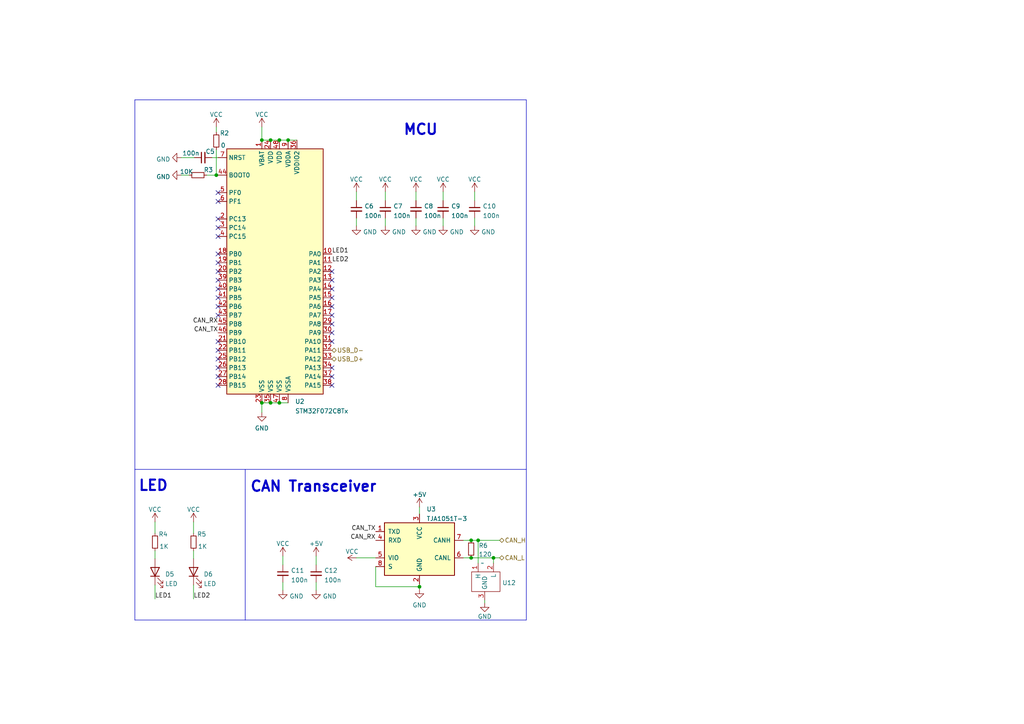
<source format=kicad_sch>
(kicad_sch (version 20230121) (generator eeschema)
  (paper "A4")
  (lib_symbols
    (symbol "Device:C_Small" (pin_numbers hide) (pin_names (offset 0.254) hide)
      (property "Reference" "C" (at 0.254 1.778 0))
      (property "Value" "C_Small" (at 0.254 -2.032 0))
      (symbol "C_Small_0_1"
        (polyline (pts (xy -1.524 -0.508) (xy 1.524 -0.508)) (stroke (width 0.3302)))
        (polyline (pts (xy -1.524 0.508) (xy 1.524 0.508)) (stroke (width 0.3048)))
      )
      (symbol "C_Small_1_1"
        (pin passive line (at 0 2.54 270) (length 2.032) (name "~") (number "1"))
        (pin passive line (at 0 -2.54 90) (length 2.032) (name "~") (number "2"))
      )
    )
    (symbol "Device:LED" (pin_numbers hide) (pin_names (offset 1.016) hide)
      (property "Reference" "D" (at 0 2.54 0))
      (property "Value" "LED" (at 0 -2.54 0))
      (symbol "LED_0_1"
        (polyline (pts (xy -1.27 -1.27) (xy -1.27 1.27)) (stroke (width 0.254)))
        (polyline (pts (xy -1.27 0) (xy 1.27 0)))
        (polyline (pts (xy 1.27 -1.27) (xy 1.27 1.27) (xy -1.27 0) (xy 1.27 -1.27)) (stroke (width 0.254)))
        (polyline (pts (xy -3.048 -0.762) (xy -4.572 -2.286) (xy -3.81 -2.286) (xy -4.572 -2.286) (xy -4.572 -1.524)))
        (polyline (pts (xy -1.778 -0.762) (xy -3.302 -2.286) (xy -2.54 -2.286) (xy -3.302 -2.286) (xy -3.302 -1.524)))
      )
      (symbol "LED_1_1"
        (pin passive line (at -3.81 0 0) (length 2.54) (name "K") (number "1"))
        (pin passive line (at 3.81 0 180) (length 2.54) (name "A") (number "2"))
      )
    )
    (symbol "Device:R_Small" (pin_numbers hide) (pin_names (offset 0.254) hide)
      (property "Reference" "R" (at 0.762 0.508 0))
      (property "Value" "R_Small" (at 0.762 -1.016 0))
      (symbol "R_Small_0_1"
        (rectangle (start -0.762 1.778) (end 0.762 -1.778) (stroke (width 0.2032)))
      )
      (symbol "R_Small_1_1"
        (pin passive line (at 0 2.54 270) (length 0.762) (name "~") (number "1"))
        (pin passive line (at 0 -2.54 90) (length 0.762) (name "~") (number "2"))
      )
    )
    (symbol "Extra IC:PESD1CAN"
      (property "Reference" "U" (at 3.81 -5.08 0))
      (symbol "PESD1CAN_0_1"
        (rectangle (start -4.445 3.81) (end 3.81 -1.905))
      )
      (symbol "PESD1CAN_1_1"
        (pin input line (at -2.54 6.35 270) (length 2.54) (name "H") (number "1"))
        (pin input line (at 1.905 6.35 270) (length 2.54) (name "L") (number "2"))
        (pin power_out line (at -0.635 -4.445 90) (length 2.54) (name "GND") (number "3"))
      )
    )
    (symbol "Interface_CAN_LIN:TJA1051T-3" (pin_names (offset 1.016))
      (property "Reference" "U" (at -10.16 8.89 0))
      (property "Value" "TJA1051T-3" (at 1.27 8.89 0))
      (symbol "TJA1051T-3_0_1"
        (rectangle (start -10.16 7.62) (end 10.16 -7.62) (stroke (width 0.254)) (fill (type background)))
      )
      (symbol "TJA1051T-3_1_1"
        (pin input line (at -12.7 5.08 0) (length 2.54) (name "TXD") (number "1"))
        (pin power_in line (at 0 -10.16 90) (length 2.54) (name "GND") (number "2"))
        (pin power_in line (at 0 10.16 270) (length 2.54) (name "VCC") (number "3"))
        (pin output line (at -12.7 2.54 0) (length 2.54) (name "RXD") (number "4"))
        (pin power_in line (at -12.7 -2.54 0) (length 2.54) (name "VIO") (number "5"))
        (pin bidirectional line (at 12.7 -2.54 180) (length 2.54) (name "CANL") (number "6"))
        (pin bidirectional line (at 12.7 2.54 180) (length 2.54) (name "CANH") (number "7"))
        (pin input line (at -12.7 -5.08 0) (length 2.54) (name "S") (number "8"))
      )
    )
    (symbol "MCU_ST_STM32F0:STM32F072C8Tx"
      (property "Reference" "U" (at -15.24 36.83 0))
      (property "Value" "STM32F072C8Tx" (at 7.62 36.83 0))
      (symbol "STM32F072C8Tx_0_1"
        (rectangle (start -15.24 -35.56) (end 12.7 35.56) (stroke (width 0.254)) (fill (type background)))
      )
      (symbol "STM32F072C8Tx_1_1"
        (pin power_in line (at -5.08 38.1 270) (length 2.54) (name "VBAT") (number "1"))
        (pin bidirectional line (at 15.24 5.08 180) (length 2.54) (name "PA0") (number "10"))
        (pin bidirectional line (at 15.24 2.54 180) (length 2.54) (name "PA1") (number "11"))
        (pin bidirectional line (at 15.24 0 180) (length 2.54) (name "PA2") (number "12"))
        (pin bidirectional line (at 15.24 -2.54 180) (length 2.54) (name "PA3") (number "13"))
        (pin bidirectional line (at 15.24 -5.08 180) (length 2.54) (name "PA4") (number "14"))
        (pin bidirectional line (at 15.24 -7.62 180) (length 2.54) (name "PA5") (number "15"))
        (pin bidirectional line (at 15.24 -10.16 180) (length 2.54) (name "PA6") (number "16"))
        (pin bidirectional line (at 15.24 -12.7 180) (length 2.54) (name "PA7") (number "17"))
        (pin bidirectional line (at -17.78 5.08 0) (length 2.54) (name "PB0") (number "18"))
        (pin bidirectional line (at -17.78 2.54 0) (length 2.54) (name "PB1") (number "19"))
        (pin bidirectional line (at -17.78 15.24 0) (length 2.54) (name "PC13") (number "2"))
        (pin bidirectional line (at -17.78 0 0) (length 2.54) (name "PB2") (number "20"))
        (pin bidirectional line (at -17.78 -20.32 0) (length 2.54) (name "PB10") (number "21"))
        (pin bidirectional line (at -17.78 -22.86 0) (length 2.54) (name "PB11") (number "22"))
        (pin power_in line (at -5.08 -38.1 90) (length 2.54) (name "VSS") (number "23"))
        (pin power_in line (at -2.54 38.1 270) (length 2.54) (name "VDD") (number "24"))
        (pin bidirectional line (at -17.78 -25.4 0) (length 2.54) (name "PB12") (number "25"))
        (pin bidirectional line (at -17.78 -27.94 0) (length 2.54) (name "PB13") (number "26"))
        (pin bidirectional line (at -17.78 -30.48 0) (length 2.54) (name "PB14") (number "27"))
        (pin bidirectional line (at -17.78 -33.02 0) (length 2.54) (name "PB15") (number "28"))
        (pin bidirectional line (at 15.24 -15.24 180) (length 2.54) (name "PA8") (number "29"))
        (pin bidirectional line (at -17.78 12.7 0) (length 2.54) (name "PC14") (number "3"))
        (pin bidirectional line (at 15.24 -17.78 180) (length 2.54) (name "PA9") (number "30"))
        (pin bidirectional line (at 15.24 -20.32 180) (length 2.54) (name "PA10") (number "31"))
        (pin bidirectional line (at 15.24 -22.86 180) (length 2.54) (name "PA11") (number "32"))
        (pin bidirectional line (at 15.24 -25.4 180) (length 2.54) (name "PA12") (number "33"))
        (pin bidirectional line (at 15.24 -27.94 180) (length 2.54) (name "PA13") (number "34"))
        (pin power_in line (at -2.54 -38.1 90) (length 2.54) (name "VSS") (number "35"))
        (pin power_in line (at 5.08 38.1 270) (length 2.54) (name "VDDIO2") (number "36"))
        (pin bidirectional line (at 15.24 -30.48 180) (length 2.54) (name "PA14") (number "37"))
        (pin bidirectional line (at 15.24 -33.02 180) (length 2.54) (name "PA15") (number "38"))
        (pin bidirectional line (at -17.78 -2.54 0) (length 2.54) (name "PB3") (number "39"))
        (pin bidirectional line (at -17.78 10.16 0) (length 2.54) (name "PC15") (number "4"))
        (pin bidirectional line (at -17.78 -5.08 0) (length 2.54) (name "PB4") (number "40"))
        (pin bidirectional line (at -17.78 -7.62 0) (length 2.54) (name "PB5") (number "41"))
        (pin bidirectional line (at -17.78 -10.16 0) (length 2.54) (name "PB6") (number "42"))
        (pin bidirectional line (at -17.78 -12.7 0) (length 2.54) (name "PB7") (number "43"))
        (pin input line (at -17.78 27.94 0) (length 2.54) (name "BOOT0") (number "44"))
        (pin bidirectional line (at -17.78 -15.24 0) (length 2.54) (name "PB8") (number "45"))
        (pin bidirectional line (at -17.78 -17.78 0) (length 2.54) (name "PB9") (number "46"))
        (pin power_in line (at 0 -38.1 90) (length 2.54) (name "VSS") (number "47"))
        (pin power_in line (at 0 38.1 270) (length 2.54) (name "VDD") (number "48"))
        (pin input line (at -17.78 22.86 0) (length 2.54) (name "PF0") (number "5"))
        (pin input line (at -17.78 20.32 0) (length 2.54) (name "PF1") (number "6"))
        (pin input line (at -17.78 33.02 0) (length 2.54) (name "NRST") (number "7"))
        (pin power_in line (at 2.54 -38.1 90) (length 2.54) (name "VSSA") (number "8"))
        (pin power_in line (at 2.54 38.1 270) (length 2.54) (name "VDDA") (number "9"))
      )
    )
    (symbol "power:+5V" (power) (pin_names (offset 0))
      (property "Value" "+5V" (at 0 3.556 0))
      (symbol "+5V_0_1"
        (polyline (pts (xy -0.762 1.27) (xy 0 2.54)))
        (polyline (pts (xy 0 0) (xy 0 2.54)))
        (polyline (pts (xy 0 2.54) (xy 0.762 1.27)))
      )
      (symbol "+5V_1_1"
        (pin power_in line (at 0 0 90) (length 0) hide (name "+5V") (number "1"))
      )
    )
    (symbol "power:GND" (power) (pin_names (offset 0))
      (property "Value" "GND" (at 0 -3.81 0))
      (symbol "GND_0_1"
        (polyline (pts (xy 0 0) (xy 0 -1.27) (xy 1.27 -1.27) (xy 0 -2.54) (xy -1.27 -1.27) (xy 0 -1.27)))
      )
      (symbol "GND_1_1"
        (pin power_in line (at 0 0 270) (length 0) hide (name "GND") (number "1"))
      )
    )
    (symbol "power:VCC" (power) (pin_names (offset 0))
      (property "Value" "VCC" (at 0 3.81 0))
      (symbol "VCC_0_1"
        (polyline (pts (xy -0.762 1.27) (xy 0 2.54)))
        (polyline (pts (xy 0 0) (xy 0 2.54)))
        (polyline (pts (xy 0 2.54) (xy 0.762 1.27)))
      )
      (symbol "VCC_1_1"
        (pin power_in line (at 0 0 90) (length 0) hide (name "VCC") (number "1"))
      )
    )
  )
  (junction (at 121.666 170.18))
  (junction (at 62.738 50.8))
  (junction (at 75.946 40.64))
  (junction (at 78.486 40.64))
  (junction (at 75.946 116.84))
  (junction (at 81.026 40.64))
  (junction (at 83.566 40.64))
  (junction (at 136.652 156.718))
  (junction (at 143.129 161.798))
  (junction (at 78.486 116.84))
  (junction (at 136.652 161.798))
  (junction (at 138.684 156.718))
  (junction (at 81.026 116.84))
  (no_connect (at 63.246 109.22))
  (no_connect (at 96.266 86.36))
  (no_connect (at 63.246 111.76))
  (no_connect (at 63.246 73.66))
  (no_connect (at 96.266 109.22))
  (no_connect (at 96.266 106.68))
  (no_connect (at 96.266 99.06))
  (no_connect (at 63.246 104.14))
  (no_connect (at 63.246 66.04))
  (no_connect (at 96.266 83.82))
  (no_connect (at 63.246 99.06))
  (no_connect (at 63.246 106.68))
  (no_connect (at 96.266 111.76))
  (no_connect (at 63.246 101.6))
  (no_connect (at 63.246 78.74))
  (no_connect (at 96.266 81.28))
  (no_connect (at 63.246 91.44))
  (no_connect (at 63.246 58.42))
  (no_connect (at 96.266 91.44))
  (no_connect (at 96.266 96.52))
  (no_connect (at 63.246 63.5))
  (no_connect (at 63.246 88.9))
  (no_connect (at 63.246 76.2))
  (no_connect (at 96.266 78.74))
  (no_connect (at 96.266 88.9))
  (no_connect (at 63.246 86.36))
  (no_connect (at 96.266 93.98))
  (no_connect (at 63.246 81.28))
  (no_connect (at 63.246 68.58))
  (no_connect (at 63.246 83.82))
  (no_connect (at 63.246 55.88))
  (wire (pts (xy 61.468 45.72) (xy 63.246 45.72)))
  (wire (pts (xy 134.366 161.798) (xy 136.652 161.798)))
  (wire (pts (xy 108.966 170.18) (xy 121.666 170.18)))
  (wire (pts (xy 44.958 159.766) (xy 44.958 162.052)))
  (polyline (pts (xy 152.654 179.832) (xy 152.654 136.144)))
  (wire (pts (xy 91.694 161.29) (xy 91.694 163.83)))
  (wire (pts (xy 44.958 151.384) (xy 44.958 154.686)))
  (wire (pts (xy 138.684 156.718) (xy 138.684 163.322)))
  (wire (pts (xy 120.65 55.626) (xy 120.65 58.166)))
  (wire (pts (xy 75.946 40.64) (xy 78.486 40.64)))
  (wire (pts (xy 103.378 161.798) (xy 108.966 161.798)))
  (wire (pts (xy 91.694 168.91) (xy 91.694 171.196)))
  (wire (pts (xy 136.652 156.718) (xy 138.684 156.718)))
  (polyline (pts (xy 39.116 28.956) (xy 39.116 136.144)))
  (wire (pts (xy 81.026 116.84) (xy 83.566 116.84)))
  (polyline (pts (xy 39.116 28.956) (xy 152.654 28.956)))
  (polyline (pts (xy 39.116 136.144) (xy 39.116 179.832)))
  (wire (pts (xy 52.578 45.72) (xy 56.388 45.72)))
  (polyline (pts (xy 39.116 179.832) (xy 152.654 179.832)))
  (polyline (pts (xy 39.116 136.144) (xy 152.654 136.144)))
  (wire (pts (xy 56.134 159.766) (xy 56.134 162.052)))
  (wire (pts (xy 143.129 161.798) (xy 143.129 163.322)))
  (wire (pts (xy 121.666 147.066) (xy 121.666 149.098)))
  (wire (pts (xy 78.486 116.84) (xy 81.026 116.84)))
  (wire (pts (xy 121.666 170.18) (xy 121.666 170.942)))
  (wire (pts (xy 128.524 55.626) (xy 128.524 58.166)))
  (wire (pts (xy 56.134 151.384) (xy 56.134 154.686)))
  (polyline (pts (xy 152.654 136.144) (xy 152.654 28.956)))
  (wire (pts (xy 140.589 174.879) (xy 140.589 174.117)))
  (wire (pts (xy 62.738 43.434) (xy 62.738 50.8)))
  (wire (pts (xy 75.946 116.84) (xy 75.946 119.634)))
  (wire (pts (xy 78.486 40.64) (xy 81.026 40.64)))
  (wire (pts (xy 143.129 161.798) (xy 144.907 161.798)))
  (wire (pts (xy 137.668 55.626) (xy 137.668 58.166)))
  (wire (pts (xy 62.738 36.83) (xy 62.738 38.354)))
  (wire (pts (xy 81.026 40.64) (xy 83.566 40.64)))
  (wire (pts (xy 111.76 55.626) (xy 111.76 58.166)))
  (wire (pts (xy 103.378 63.246) (xy 103.378 65.532)))
  (wire (pts (xy 75.946 36.83) (xy 75.946 40.64)))
  (wire (pts (xy 56.134 169.672) (xy 56.134 173.736)))
  (wire (pts (xy 111.76 63.246) (xy 111.76 65.532)))
  (wire (pts (xy 52.578 50.8) (xy 54.864 50.8)))
  (wire (pts (xy 82.042 168.91) (xy 82.042 171.196)))
  (wire (pts (xy 137.668 63.246) (xy 137.668 65.532)))
  (wire (pts (xy 44.958 169.672) (xy 44.958 173.736)))
  (wire (pts (xy 83.566 40.64) (xy 86.106 40.64)))
  (wire (pts (xy 120.65 63.246) (xy 120.65 65.532)))
  (wire (pts (xy 103.378 55.626) (xy 103.378 58.166)))
  (wire (pts (xy 59.944 50.8) (xy 62.738 50.8)))
  (wire (pts (xy 121.666 169.418) (xy 121.666 170.18)))
  (wire (pts (xy 75.946 116.84) (xy 78.486 116.84)))
  (wire (pts (xy 138.684 156.718) (xy 144.907 156.718)))
  (wire (pts (xy 136.652 161.798) (xy 143.129 161.798)))
  (wire (pts (xy 128.524 63.246) (xy 128.524 65.532)))
  (wire (pts (xy 108.966 164.338) (xy 108.966 170.18)))
  (polyline (pts (xy 71.12 136.144) (xy 71.12 179.832)))
  (wire (pts (xy 134.366 156.718) (xy 136.652 156.718)))
  (wire (pts (xy 82.042 161.29) (xy 82.042 163.83)))
  (wire (pts (xy 62.738 50.8) (xy 63.246 50.8)))
  (text "MCU" (at 116.84 39.497 0) (effects (font (size 3 3) (thickness 0.6) bold) (justify left bottom)))
  (text "LED" (at 40.005 142.748 0) (effects (font (size 3 3) (thickness 0.6) bold) (justify left bottom)))
  (text "CAN Transceiver" (at 72.39 143.002 0) (effects (font (size 3 3) (thickness 0.6) bold) (justify left bottom)))
  (label "CAN_TX" (at 63.246 96.52 180))
  (label "LED2" (at 96.266 76.2 0))
  (label "LED1" (at 96.266 73.66 0))
  (label "CAN_RX" (at 63.246 93.98 180))
  (label "CAN_TX" (at 108.966 154.178 180))
  (label "LED1" (at 44.958 173.736 0))
  (label "CAN_RX" (at 108.966 156.718 180))
  (label "LED2" (at 56.134 173.736 0))
  (hierarchical_label "USB_D-" (shape bidirectional) (at 96.266 101.6 0))
  (hierarchical_label "CAN_L" (shape bidirectional) (at 144.907 161.798 0))
  (hierarchical_label "CAN_H" (shape bidirectional) (at 144.907 156.718 0))
  (hierarchical_label "USB_D+" (shape bidirectional) (at 96.266 104.14 0))
  (symbol (lib_id "power:VCC") (at 44.958 151.384 0) (unit 1)
    (property "Reference" "#PWR031" (effects hide))
    (property "Value" "VCC" (at 44.958 147.7795 0))
  )
  (symbol (lib_id "Device:C_Small") (at 91.694 166.37 0) (unit 1)
    (property "Reference" "C12" (at 94.0181 165.4678 0) (effects (justify left)))
    (property "Value" "100n" (at 94.0181 168.2429 0) (effects (justify left)))
    (property "Footprint" "Capacitor_SMD:C_0603_1608Metric" (effects hide))
  )
  (symbol (lib_id "Device:R_Small") (at 62.738 40.894 180) (unit 1)
    (property "Reference" "R2" (at 63.754 38.608 0) (effects (justify right)))
    (property "Value" "0" (at 64.008 42.164 0) (effects (justify right)))
    (property "Footprint" "Resistor_SMD:R_0603_1608Metric" (effects hide))
  )
  (symbol (lib_id "Interface_CAN_LIN:TJA1051T-3") (at 121.666 159.258 0) (unit 1)
    (property "Reference" "U3" (at 123.6854 147.6715 0) (effects (justify left)))
    (property "Value" "TJA1051T-3" (at 123.6854 150.4466 0) (effects (justify left)))
    (property "Footprint" "Package_SO:SOIC-8_3.9x4.9mm_P1.27mm" (effects hide))
    (property "Datasheet" "http://www.nxp.com/documents/data_sheet/TJA1051.pdf" (effects hide))
  )
  (symbol (lib_id "power:GND") (at 121.666 170.942 0) (unit 1)
    (property "Reference" "#PWR036" (effects hide))
    (property "Value" "GND" (at 121.666 175.5045 0))
  )
  (symbol (lib_id "power:VCC") (at 56.134 151.384 0) (unit 1)
    (property "Reference" "#PWR032" (effects hide))
    (property "Value" "VCC" (at 56.134 147.7795 0))
  )
  (symbol (lib_id "power:VCC") (at 82.042 161.29 0) (unit 1)
    (property "Reference" "#PWR033" (effects hide))
    (property "Value" "VCC" (at 82.042 157.6855 0))
  )
  (symbol (lib_id "power:VCC") (at 128.524 55.626 0) (unit 1)
    (property "Reference" "#PWR022" (effects hide))
    (property "Value" "VCC" (at 128.524 52.0215 0))
  )
  (symbol (lib_id "power:GND") (at 91.694 171.196 0) (unit 1)
    (property "Reference" "#PWR038" (effects hide))
    (property "Value" "GND" (at 93.599 172.945 0) (effects (justify left)))
  )
  (symbol (lib_id "Device:R_Small") (at 56.134 157.226 180) (unit 1)
    (property "Reference" "R5" (at 57.15 154.94 0) (effects (justify right)))
    (property "Value" "1K" (at 57.404 158.496 0) (effects (justify right)))
    (property "Footprint" "Resistor_SMD:R_0603_1608Metric" (effects hide))
  )
  (symbol (lib_id "Device:C_Small") (at 111.76 60.706 0) (unit 1)
    (property "Reference" "C7" (at 114.0841 59.8038 0) (effects (justify left)))
    (property "Value" "100n" (at 114.0841 62.5789 0) (effects (justify left)))
    (property "Footprint" "Capacitor_SMD:C_0603_1608Metric" (effects hide))
  )
  (symbol (lib_id "power:+5V") (at 91.694 161.29 0) (unit 1)
    (property "Reference" "#PWR034" (effects hide))
    (property "Value" "+5V" (at 91.694 157.6855 0))
  )
  (symbol (lib_id "power:VCC") (at 103.378 55.626 0) (unit 1)
    (property "Reference" "#PWR019" (effects hide))
    (property "Value" "VCC" (at 103.378 52.0215 0))
  )
  (symbol (lib_id "Device:C_Small") (at 128.524 60.706 0) (unit 1)
    (property "Reference" "C9" (at 130.8481 59.8038 0) (effects (justify left)))
    (property "Value" "100n" (at 130.8481 62.5789 0) (effects (justify left)))
    (property "Footprint" "Capacitor_SMD:C_0603_1608Metric" (effects hide))
  )
  (symbol (lib_id "MCU_ST_STM32F0:STM32F072C8Tx") (at 81.026 78.74 0) (unit 1)
    (property "Reference" "U2" (at 85.5854 116.4495 0) (effects (justify left)))
    (property "Value" "STM32F072C8Tx" (at 85.5854 119.2246 0) (effects (justify left)))
    (property "Footprint" "Package_QFP:LQFP-48_7x7mm_P0.5mm" (effects hide))
    (property "Datasheet" "http://www.st.com/st-web-ui/static/active/en/resource/technical/document/datasheet/DM00090510.pdf" (effects hide))
  )
  (symbol (lib_id "power:GND") (at 128.524 65.532 0) (unit 1)
    (property "Reference" "#PWR027" (effects hide))
    (property "Value" "GND" (at 130.429 67.281 0) (effects (justify left)))
  )
  (symbol (lib_id "power:GND") (at 52.578 50.8 270) (unit 1)
    (property "Reference" "#PWR018" (effects hide))
    (property "Value" "GND" (at 49.4031 51.279 90) (effects (justify right)))
  )
  (symbol (lib_id "power:VCC") (at 75.946 36.83 0) (unit 1)
    (property "Reference" "#PWR016" (effects hide))
    (property "Value" "VCC" (at 75.946 33.2255 0))
  )
  (symbol (lib_id "power:GND") (at 103.378 65.532 0) (unit 1)
    (property "Reference" "#PWR024" (effects hide))
    (property "Value" "GND" (at 105.283 67.281 0) (effects (justify left)))
  )
  (symbol (lib_id "Device:R_Small") (at 57.404 50.8 90) (unit 1)
    (property "Reference" "R3" (at 60.452 49.276 90))
    (property "Value" "10K" (at 54.102 49.784 90))
    (property "Footprint" "Resistor_SMD:R_0603_1608Metric" (effects hide))
  )
  (symbol (lib_id "power:GND") (at 120.65 65.532 0) (unit 1)
    (property "Reference" "#PWR026" (effects hide))
    (property "Value" "GND" (at 122.555 67.281 0) (effects (justify left)))
  )
  (symbol (lib_id "power:VCC") (at 111.76 55.626 0) (unit 1)
    (property "Reference" "#PWR020" (effects hide))
    (property "Value" "VCC" (at 111.76 52.0215 0))
  )
  (symbol (lib_id "Device:R_Small") (at 136.652 159.258 0) (unit 1)
    (property "Reference" "R6" (at 138.811 158.242 0) (effects (justify left)))
    (property "Value" "120" (at 138.811 160.782 0) (effects (justify left)))
    (property "Footprint" "Resistor_SMD:R_0603_1608Metric" (effects hide))
  )
  (symbol (lib_id "power:+5V") (at 121.666 147.066 0) (unit 1)
    (property "Reference" "#PWR030" (effects hide))
    (property "Value" "+5V" (at 121.666 143.4615 0))
  )
  (symbol (lib_id "Device:C_Small") (at 120.65 60.706 0) (unit 1)
    (property "Reference" "C8" (at 122.9741 59.8038 0) (effects (justify left)))
    (property "Value" "100n" (at 122.9741 62.5789 0) (effects (justify left)))
    (property "Footprint" "Capacitor_SMD:C_0603_1608Metric" (effects hide))
  )
  (symbol (lib_id "Device:C_Small") (at 58.928 45.72 90) (unit 1)
    (property "Reference" "C5" (at 60.96 43.942 90))
    (property "Value" "100n" (at 55.372 44.45 90))
    (property "Footprint" "Capacitor_SMD:C_0603_1608Metric" (effects hide))
  )
  (symbol (lib_id "Device:R_Small") (at 44.958 157.226 180) (unit 1)
    (property "Reference" "R4" (at 45.974 154.94 0) (effects (justify right)))
    (property "Value" "1K" (at 46.228 158.496 0) (effects (justify right)))
    (property "Footprint" "Resistor_SMD:R_0603_1608Metric" (effects hide))
  )
  (symbol (lib_id "power:VCC") (at 120.65 55.626 0) (unit 1)
    (property "Reference" "#PWR021" (effects hide))
    (property "Value" "VCC" (at 120.65 52.0215 0))
  )
  (symbol (lib_id "power:VCC") (at 103.378 161.798 90) (mirror x) (unit 1)
    (property "Reference" "#PWR035" (effects hide))
    (property "Value" "VCC" (at 102.108 159.9715 90))
  )
  (symbol (lib_id "power:VCC") (at 62.738 36.83 0) (unit 1)
    (property "Reference" "#PWR015" (effects hide))
    (property "Value" "VCC" (at 62.738 33.2255 0))
  )
  (symbol (lib_id "Device:C_Small") (at 137.668 60.706 0) (unit 1)
    (property "Reference" "C10" (at 139.9921 59.8038 0) (effects (justify left)))
    (property "Value" "100n" (at 139.9921 62.5789 0) (effects (justify left)))
    (property "Footprint" "Capacitor_SMD:C_0603_1608Metric" (effects hide))
  )
  (symbol (lib_id "Device:LED") (at 56.134 165.862 90) (unit 1)
    (property "Reference" "D6" (at 59.055 166.541 90) (effects (justify right)))
    (property "Value" "LED" (at 59.055 169.3161 90) (effects (justify right)))
    (property "Footprint" "LED_SMD:LED_0603_1608Metric" (effects hide))
  )
  (symbol (lib_id "power:VCC") (at 137.668 55.626 0) (unit 1)
    (property "Reference" "#PWR023" (effects hide))
    (property "Value" "VCC" (at 137.668 52.0215 0))
  )
  (symbol (lib_id "power:GND") (at 140.589 174.879 0) (unit 1)
    (property "Reference" "#PWR0120" (effects hide))
    (property "Value" "GND" (at 140.589 178.816 0))
  )
  (symbol (lib_id "Device:C_Small") (at 103.378 60.706 0) (unit 1)
    (property "Reference" "C6" (at 105.7021 59.8038 0) (effects (justify left)))
    (property "Value" "100n" (at 105.7021 62.5789 0) (effects (justify left)))
    (property "Footprint" "Capacitor_SMD:C_0603_1608Metric" (effects hide))
  )
  (symbol (lib_id "power:GND") (at 137.668 65.532 0) (unit 1)
    (property "Reference" "#PWR028" (effects hide))
    (property "Value" "GND" (at 139.573 67.281 0) (effects (justify left)))
  )
  (symbol (lib_id "power:GND") (at 111.76 65.532 0) (unit 1)
    (property "Reference" "#PWR025" (effects hide))
    (property "Value" "GND" (at 113.665 67.281 0) (effects (justify left)))
  )
  (symbol (lib_id "Extra IC:PESD1CAN") (at 141.224 169.672 0) (unit 1)
    (property "Reference" "U12" (at 145.669 169.0363 0) (effects (justify left)))
    (property "Value" "~" (at 139.954 163.322 0))
    (property "Footprint" "Package_TO_SOT_SMD:SOT-23-3" (effects hide))
  )
  (symbol (lib_id "power:GND") (at 52.578 45.72 270) (unit 1)
    (property "Reference" "#PWR017" (effects hide))
    (property "Value" "GND" (at 49.4031 46.199 90) (effects (justify right)))
  )
  (symbol (lib_id "power:GND") (at 75.946 119.634 0) (unit 1)
    (property "Reference" "#PWR029" (effects hide))
    (property "Value" "GND" (at 75.946 124.1965 0))
  )
  (symbol (lib_id "power:GND") (at 82.042 171.196 0) (unit 1)
    (property "Reference" "#PWR037" (effects hide))
    (property "Value" "GND" (at 83.947 172.945 0) (effects (justify left)))
  )
  (symbol (lib_id "Device:C_Small") (at 82.042 166.37 0) (unit 1)
    (property "Reference" "C11" (at 84.3661 165.4678 0) (effects (justify left)))
    (property "Value" "100n" (at 84.3661 168.2429 0) (effects (justify left)))
    (property "Footprint" "Capacitor_SMD:C_0603_1608Metric" (effects hide))
  )
  (symbol (lib_id "Device:LED") (at 44.958 165.862 90) (unit 1)
    (property "Reference" "D5" (at 47.879 166.541 90) (effects (justify right)))
    (property "Value" "LED" (at 47.879 169.3161 90) (effects (justify right)))
    (property "Footprint" "LED_SMD:LED_0603_1608Metric" (effects hide))
  )
)
</source>
